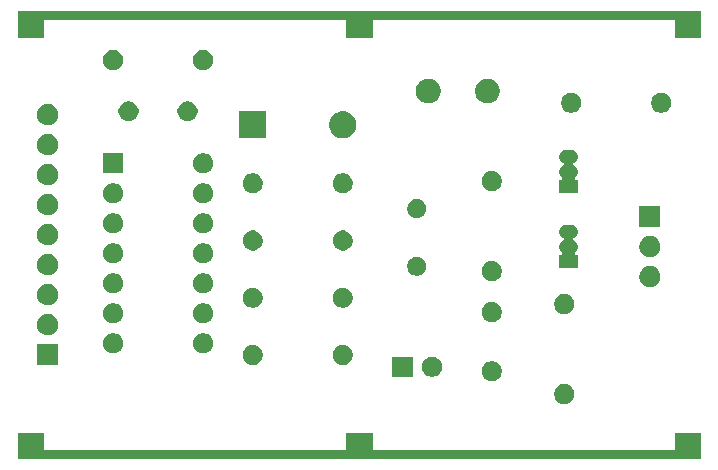
<source format=gbr>
G04 #@! TF.GenerationSoftware,KiCad,Pcbnew,(5.1.6)-1*
G04 #@! TF.CreationDate,2020-08-07T18:30:50-03:00*
G04 #@! TF.ProjectId,av-mc1000,61762d6d-6331-4303-9030-2e6b69636164,rev?*
G04 #@! TF.SameCoordinates,Original*
G04 #@! TF.FileFunction,Soldermask,Top*
G04 #@! TF.FilePolarity,Negative*
%FSLAX46Y46*%
G04 Gerber Fmt 4.6, Leading zero omitted, Abs format (unit mm)*
G04 Created by KiCad (PCBNEW (5.1.6)-1) date 2020-08-07 18:30:50*
%MOMM*%
%LPD*%
G01*
G04 APERTURE LIST*
%ADD10C,0.100000*%
G04 APERTURE END LIST*
D10*
G36*
X146608800Y-126822200D02*
G01*
X88798400Y-126822200D01*
X88798400Y-126161800D01*
X146608800Y-126161800D01*
X146608800Y-126822200D01*
G37*
X146608800Y-126822200D02*
X88798400Y-126822200D01*
X88798400Y-126161800D01*
X146608800Y-126161800D01*
X146608800Y-126822200D01*
G36*
X146608800Y-89636600D02*
G01*
X88798400Y-89636600D01*
X88798400Y-88976200D01*
X146608800Y-88976200D01*
X146608800Y-89636600D01*
G37*
X146608800Y-89636600D02*
X88798400Y-89636600D01*
X88798400Y-88976200D01*
X146608800Y-88976200D01*
X146608800Y-89636600D01*
G36*
X146608800Y-126822200D02*
G01*
X144475200Y-126822200D01*
X144475200Y-124663200D01*
X146608800Y-124663200D01*
X146608800Y-126822200D01*
G37*
X146608800Y-126822200D02*
X144475200Y-126822200D01*
X144475200Y-124663200D01*
X146608800Y-124663200D01*
X146608800Y-126822200D01*
G36*
X90932000Y-126822200D02*
G01*
X88798400Y-126822200D01*
X88798400Y-124663200D01*
X90932000Y-124663200D01*
X90932000Y-126822200D01*
G37*
X90932000Y-126822200D02*
X88798400Y-126822200D01*
X88798400Y-124663200D01*
X90932000Y-124663200D01*
X90932000Y-126822200D01*
G36*
X118770400Y-126822200D02*
G01*
X116636800Y-126822200D01*
X116636800Y-124663200D01*
X118770400Y-124663200D01*
X118770400Y-126822200D01*
G37*
X118770400Y-126822200D02*
X116636800Y-126822200D01*
X116636800Y-124663200D01*
X118770400Y-124663200D01*
X118770400Y-126822200D01*
G36*
X90932000Y-91135200D02*
G01*
X88798400Y-91135200D01*
X88798400Y-88976200D01*
X90932000Y-88976200D01*
X90932000Y-91135200D01*
G37*
X90932000Y-91135200D02*
X88798400Y-91135200D01*
X88798400Y-88976200D01*
X90932000Y-88976200D01*
X90932000Y-91135200D01*
G36*
X118770400Y-91135200D02*
G01*
X116636800Y-91135200D01*
X116636800Y-88976200D01*
X118770400Y-88976200D01*
X118770400Y-91135200D01*
G37*
X118770400Y-91135200D02*
X116636800Y-91135200D01*
X116636800Y-88976200D01*
X118770400Y-88976200D01*
X118770400Y-91135200D01*
G36*
X146608800Y-91135200D02*
G01*
X144475200Y-91135200D01*
X144475200Y-88976200D01*
X146608800Y-88976200D01*
X146608800Y-91135200D01*
G37*
X146608800Y-91135200D02*
X144475200Y-91135200D01*
X144475200Y-88976200D01*
X146608800Y-88976200D01*
X146608800Y-91135200D01*
G36*
X135321228Y-120568703D02*
G01*
X135476100Y-120632853D01*
X135615481Y-120725985D01*
X135734015Y-120844519D01*
X135827147Y-120983900D01*
X135891297Y-121138772D01*
X135924000Y-121303184D01*
X135924000Y-121470816D01*
X135891297Y-121635228D01*
X135827147Y-121790100D01*
X135734015Y-121929481D01*
X135615481Y-122048015D01*
X135476100Y-122141147D01*
X135321228Y-122205297D01*
X135156816Y-122238000D01*
X134989184Y-122238000D01*
X134824772Y-122205297D01*
X134669900Y-122141147D01*
X134530519Y-122048015D01*
X134411985Y-121929481D01*
X134318853Y-121790100D01*
X134254703Y-121635228D01*
X134222000Y-121470816D01*
X134222000Y-121303184D01*
X134254703Y-121138772D01*
X134318853Y-120983900D01*
X134411985Y-120844519D01*
X134530519Y-120725985D01*
X134669900Y-120632853D01*
X134824772Y-120568703D01*
X134989184Y-120536000D01*
X135156816Y-120536000D01*
X135321228Y-120568703D01*
G37*
G36*
X129178228Y-118637703D02*
G01*
X129333100Y-118701853D01*
X129472481Y-118794985D01*
X129591015Y-118913519D01*
X129684147Y-119052900D01*
X129748297Y-119207772D01*
X129781000Y-119372184D01*
X129781000Y-119539816D01*
X129748297Y-119704228D01*
X129684147Y-119859100D01*
X129591015Y-119998481D01*
X129472481Y-120117015D01*
X129333100Y-120210147D01*
X129178228Y-120274297D01*
X129013816Y-120307000D01*
X128846184Y-120307000D01*
X128681772Y-120274297D01*
X128526900Y-120210147D01*
X128387519Y-120117015D01*
X128268985Y-119998481D01*
X128175853Y-119859100D01*
X128111703Y-119704228D01*
X128079000Y-119539816D01*
X128079000Y-119372184D01*
X128111703Y-119207772D01*
X128175853Y-119052900D01*
X128268985Y-118913519D01*
X128387519Y-118794985D01*
X128526900Y-118701853D01*
X128681772Y-118637703D01*
X128846184Y-118605000D01*
X129013816Y-118605000D01*
X129178228Y-118637703D01*
G37*
G36*
X124123228Y-118256703D02*
G01*
X124278100Y-118320853D01*
X124417481Y-118413985D01*
X124536015Y-118532519D01*
X124629147Y-118671900D01*
X124693297Y-118826772D01*
X124726000Y-118991184D01*
X124726000Y-119158816D01*
X124693297Y-119323228D01*
X124629147Y-119478100D01*
X124536015Y-119617481D01*
X124417481Y-119736015D01*
X124278100Y-119829147D01*
X124123228Y-119893297D01*
X123958816Y-119926000D01*
X123791184Y-119926000D01*
X123626772Y-119893297D01*
X123471900Y-119829147D01*
X123332519Y-119736015D01*
X123213985Y-119617481D01*
X123120853Y-119478100D01*
X123056703Y-119323228D01*
X123024000Y-119158816D01*
X123024000Y-118991184D01*
X123056703Y-118826772D01*
X123120853Y-118671900D01*
X123213985Y-118532519D01*
X123332519Y-118413985D01*
X123471900Y-118320853D01*
X123626772Y-118256703D01*
X123791184Y-118224000D01*
X123958816Y-118224000D01*
X124123228Y-118256703D01*
G37*
G36*
X122226000Y-119926000D02*
G01*
X120524000Y-119926000D01*
X120524000Y-118224000D01*
X122226000Y-118224000D01*
X122226000Y-119926000D01*
G37*
G36*
X92239400Y-118950000D02*
G01*
X90437400Y-118950000D01*
X90437400Y-117148000D01*
X92239400Y-117148000D01*
X92239400Y-118950000D01*
G37*
G36*
X116555228Y-117266703D02*
G01*
X116710100Y-117330853D01*
X116849481Y-117423985D01*
X116968015Y-117542519D01*
X117061147Y-117681900D01*
X117125297Y-117836772D01*
X117158000Y-118001184D01*
X117158000Y-118168816D01*
X117125297Y-118333228D01*
X117061147Y-118488100D01*
X116968015Y-118627481D01*
X116849481Y-118746015D01*
X116710100Y-118839147D01*
X116555228Y-118903297D01*
X116390816Y-118936000D01*
X116223184Y-118936000D01*
X116058772Y-118903297D01*
X115903900Y-118839147D01*
X115764519Y-118746015D01*
X115645985Y-118627481D01*
X115552853Y-118488100D01*
X115488703Y-118333228D01*
X115456000Y-118168816D01*
X115456000Y-118001184D01*
X115488703Y-117836772D01*
X115552853Y-117681900D01*
X115645985Y-117542519D01*
X115764519Y-117423985D01*
X115903900Y-117330853D01*
X116058772Y-117266703D01*
X116223184Y-117234000D01*
X116390816Y-117234000D01*
X116555228Y-117266703D01*
G37*
G36*
X108935228Y-117266703D02*
G01*
X109090100Y-117330853D01*
X109229481Y-117423985D01*
X109348015Y-117542519D01*
X109441147Y-117681900D01*
X109505297Y-117836772D01*
X109538000Y-118001184D01*
X109538000Y-118168816D01*
X109505297Y-118333228D01*
X109441147Y-118488100D01*
X109348015Y-118627481D01*
X109229481Y-118746015D01*
X109090100Y-118839147D01*
X108935228Y-118903297D01*
X108770816Y-118936000D01*
X108603184Y-118936000D01*
X108438772Y-118903297D01*
X108283900Y-118839147D01*
X108144519Y-118746015D01*
X108025985Y-118627481D01*
X107932853Y-118488100D01*
X107868703Y-118333228D01*
X107836000Y-118168816D01*
X107836000Y-118001184D01*
X107868703Y-117836772D01*
X107932853Y-117681900D01*
X108025985Y-117542519D01*
X108144519Y-117423985D01*
X108283900Y-117330853D01*
X108438772Y-117266703D01*
X108603184Y-117234000D01*
X108770816Y-117234000D01*
X108935228Y-117266703D01*
G37*
G36*
X97123828Y-116275703D02*
G01*
X97278700Y-116339853D01*
X97418081Y-116432985D01*
X97536615Y-116551519D01*
X97629747Y-116690900D01*
X97693897Y-116845772D01*
X97726600Y-117010184D01*
X97726600Y-117177816D01*
X97693897Y-117342228D01*
X97629747Y-117497100D01*
X97536615Y-117636481D01*
X97418081Y-117755015D01*
X97278700Y-117848147D01*
X97123828Y-117912297D01*
X96959416Y-117945000D01*
X96791784Y-117945000D01*
X96627372Y-117912297D01*
X96472500Y-117848147D01*
X96333119Y-117755015D01*
X96214585Y-117636481D01*
X96121453Y-117497100D01*
X96057303Y-117342228D01*
X96024600Y-117177816D01*
X96024600Y-117010184D01*
X96057303Y-116845772D01*
X96121453Y-116690900D01*
X96214585Y-116551519D01*
X96333119Y-116432985D01*
X96472500Y-116339853D01*
X96627372Y-116275703D01*
X96791784Y-116243000D01*
X96959416Y-116243000D01*
X97123828Y-116275703D01*
G37*
G36*
X104743828Y-116275703D02*
G01*
X104898700Y-116339853D01*
X105038081Y-116432985D01*
X105156615Y-116551519D01*
X105249747Y-116690900D01*
X105313897Y-116845772D01*
X105346600Y-117010184D01*
X105346600Y-117177816D01*
X105313897Y-117342228D01*
X105249747Y-117497100D01*
X105156615Y-117636481D01*
X105038081Y-117755015D01*
X104898700Y-117848147D01*
X104743828Y-117912297D01*
X104579416Y-117945000D01*
X104411784Y-117945000D01*
X104247372Y-117912297D01*
X104092500Y-117848147D01*
X103953119Y-117755015D01*
X103834585Y-117636481D01*
X103741453Y-117497100D01*
X103677303Y-117342228D01*
X103644600Y-117177816D01*
X103644600Y-117010184D01*
X103677303Y-116845772D01*
X103741453Y-116690900D01*
X103834585Y-116551519D01*
X103953119Y-116432985D01*
X104092500Y-116339853D01*
X104247372Y-116275703D01*
X104411784Y-116243000D01*
X104579416Y-116243000D01*
X104743828Y-116275703D01*
G37*
G36*
X91451912Y-114612927D02*
G01*
X91601212Y-114642624D01*
X91765184Y-114710544D01*
X91912754Y-114809147D01*
X92038253Y-114934646D01*
X92136856Y-115082216D01*
X92204776Y-115246188D01*
X92239400Y-115420259D01*
X92239400Y-115597741D01*
X92204776Y-115771812D01*
X92136856Y-115935784D01*
X92038253Y-116083354D01*
X91912754Y-116208853D01*
X91765184Y-116307456D01*
X91601212Y-116375376D01*
X91451912Y-116405073D01*
X91427142Y-116410000D01*
X91249658Y-116410000D01*
X91224888Y-116405073D01*
X91075588Y-116375376D01*
X90911616Y-116307456D01*
X90764046Y-116208853D01*
X90638547Y-116083354D01*
X90539944Y-115935784D01*
X90472024Y-115771812D01*
X90437400Y-115597741D01*
X90437400Y-115420259D01*
X90472024Y-115246188D01*
X90539944Y-115082216D01*
X90638547Y-114934646D01*
X90764046Y-114809147D01*
X90911616Y-114710544D01*
X91075588Y-114642624D01*
X91224888Y-114612927D01*
X91249658Y-114608000D01*
X91427142Y-114608000D01*
X91451912Y-114612927D01*
G37*
G36*
X104743828Y-113735703D02*
G01*
X104898700Y-113799853D01*
X105038081Y-113892985D01*
X105156615Y-114011519D01*
X105249747Y-114150900D01*
X105313897Y-114305772D01*
X105346600Y-114470184D01*
X105346600Y-114637816D01*
X105313897Y-114802228D01*
X105249747Y-114957100D01*
X105156615Y-115096481D01*
X105038081Y-115215015D01*
X104898700Y-115308147D01*
X104743828Y-115372297D01*
X104579416Y-115405000D01*
X104411784Y-115405000D01*
X104247372Y-115372297D01*
X104092500Y-115308147D01*
X103953119Y-115215015D01*
X103834585Y-115096481D01*
X103741453Y-114957100D01*
X103677303Y-114802228D01*
X103644600Y-114637816D01*
X103644600Y-114470184D01*
X103677303Y-114305772D01*
X103741453Y-114150900D01*
X103834585Y-114011519D01*
X103953119Y-113892985D01*
X104092500Y-113799853D01*
X104247372Y-113735703D01*
X104411784Y-113703000D01*
X104579416Y-113703000D01*
X104743828Y-113735703D01*
G37*
G36*
X97123828Y-113735703D02*
G01*
X97278700Y-113799853D01*
X97418081Y-113892985D01*
X97536615Y-114011519D01*
X97629747Y-114150900D01*
X97693897Y-114305772D01*
X97726600Y-114470184D01*
X97726600Y-114637816D01*
X97693897Y-114802228D01*
X97629747Y-114957100D01*
X97536615Y-115096481D01*
X97418081Y-115215015D01*
X97278700Y-115308147D01*
X97123828Y-115372297D01*
X96959416Y-115405000D01*
X96791784Y-115405000D01*
X96627372Y-115372297D01*
X96472500Y-115308147D01*
X96333119Y-115215015D01*
X96214585Y-115096481D01*
X96121453Y-114957100D01*
X96057303Y-114802228D01*
X96024600Y-114637816D01*
X96024600Y-114470184D01*
X96057303Y-114305772D01*
X96121453Y-114150900D01*
X96214585Y-114011519D01*
X96333119Y-113892985D01*
X96472500Y-113799853D01*
X96627372Y-113735703D01*
X96791784Y-113703000D01*
X96959416Y-113703000D01*
X97123828Y-113735703D01*
G37*
G36*
X129178228Y-113637703D02*
G01*
X129333100Y-113701853D01*
X129472481Y-113794985D01*
X129591015Y-113913519D01*
X129684147Y-114052900D01*
X129748297Y-114207772D01*
X129781000Y-114372184D01*
X129781000Y-114539816D01*
X129748297Y-114704228D01*
X129684147Y-114859100D01*
X129591015Y-114998481D01*
X129472481Y-115117015D01*
X129333100Y-115210147D01*
X129178228Y-115274297D01*
X129013816Y-115307000D01*
X128846184Y-115307000D01*
X128681772Y-115274297D01*
X128526900Y-115210147D01*
X128387519Y-115117015D01*
X128268985Y-114998481D01*
X128175853Y-114859100D01*
X128111703Y-114704228D01*
X128079000Y-114539816D01*
X128079000Y-114372184D01*
X128111703Y-114207772D01*
X128175853Y-114052900D01*
X128268985Y-113913519D01*
X128387519Y-113794985D01*
X128526900Y-113701853D01*
X128681772Y-113637703D01*
X128846184Y-113605000D01*
X129013816Y-113605000D01*
X129178228Y-113637703D01*
G37*
G36*
X135321228Y-112948703D02*
G01*
X135476100Y-113012853D01*
X135615481Y-113105985D01*
X135734015Y-113224519D01*
X135827147Y-113363900D01*
X135891297Y-113518772D01*
X135924000Y-113683184D01*
X135924000Y-113850816D01*
X135891297Y-114015228D01*
X135827147Y-114170100D01*
X135734015Y-114309481D01*
X135615481Y-114428015D01*
X135476100Y-114521147D01*
X135321228Y-114585297D01*
X135156816Y-114618000D01*
X134989184Y-114618000D01*
X134824772Y-114585297D01*
X134669900Y-114521147D01*
X134530519Y-114428015D01*
X134411985Y-114309481D01*
X134318853Y-114170100D01*
X134254703Y-114015228D01*
X134222000Y-113850816D01*
X134222000Y-113683184D01*
X134254703Y-113518772D01*
X134318853Y-113363900D01*
X134411985Y-113224519D01*
X134530519Y-113105985D01*
X134669900Y-113012853D01*
X134824772Y-112948703D01*
X134989184Y-112916000D01*
X135156816Y-112916000D01*
X135321228Y-112948703D01*
G37*
G36*
X116555228Y-112420703D02*
G01*
X116710100Y-112484853D01*
X116849481Y-112577985D01*
X116968015Y-112696519D01*
X117061147Y-112835900D01*
X117125297Y-112990772D01*
X117158000Y-113155184D01*
X117158000Y-113322816D01*
X117125297Y-113487228D01*
X117061147Y-113642100D01*
X116968015Y-113781481D01*
X116849481Y-113900015D01*
X116710100Y-113993147D01*
X116555228Y-114057297D01*
X116390816Y-114090000D01*
X116223184Y-114090000D01*
X116058772Y-114057297D01*
X115903900Y-113993147D01*
X115764519Y-113900015D01*
X115645985Y-113781481D01*
X115552853Y-113642100D01*
X115488703Y-113487228D01*
X115456000Y-113322816D01*
X115456000Y-113155184D01*
X115488703Y-112990772D01*
X115552853Y-112835900D01*
X115645985Y-112696519D01*
X115764519Y-112577985D01*
X115903900Y-112484853D01*
X116058772Y-112420703D01*
X116223184Y-112388000D01*
X116390816Y-112388000D01*
X116555228Y-112420703D01*
G37*
G36*
X108935228Y-112420703D02*
G01*
X109090100Y-112484853D01*
X109229481Y-112577985D01*
X109348015Y-112696519D01*
X109441147Y-112835900D01*
X109505297Y-112990772D01*
X109538000Y-113155184D01*
X109538000Y-113322816D01*
X109505297Y-113487228D01*
X109441147Y-113642100D01*
X109348015Y-113781481D01*
X109229481Y-113900015D01*
X109090100Y-113993147D01*
X108935228Y-114057297D01*
X108770816Y-114090000D01*
X108603184Y-114090000D01*
X108438772Y-114057297D01*
X108283900Y-113993147D01*
X108144519Y-113900015D01*
X108025985Y-113781481D01*
X107932853Y-113642100D01*
X107868703Y-113487228D01*
X107836000Y-113322816D01*
X107836000Y-113155184D01*
X107868703Y-112990772D01*
X107932853Y-112835900D01*
X108025985Y-112696519D01*
X108144519Y-112577985D01*
X108283900Y-112484853D01*
X108438772Y-112420703D01*
X108603184Y-112388000D01*
X108770816Y-112388000D01*
X108935228Y-112420703D01*
G37*
G36*
X91451912Y-112072927D02*
G01*
X91601212Y-112102624D01*
X91765184Y-112170544D01*
X91912754Y-112269147D01*
X92038253Y-112394646D01*
X92136856Y-112542216D01*
X92204776Y-112706188D01*
X92239400Y-112880259D01*
X92239400Y-113057741D01*
X92204776Y-113231812D01*
X92136856Y-113395784D01*
X92038253Y-113543354D01*
X91912754Y-113668853D01*
X91765184Y-113767456D01*
X91601212Y-113835376D01*
X91451912Y-113865073D01*
X91427142Y-113870000D01*
X91249658Y-113870000D01*
X91224888Y-113865073D01*
X91075588Y-113835376D01*
X90911616Y-113767456D01*
X90764046Y-113668853D01*
X90638547Y-113543354D01*
X90539944Y-113395784D01*
X90472024Y-113231812D01*
X90437400Y-113057741D01*
X90437400Y-112880259D01*
X90472024Y-112706188D01*
X90539944Y-112542216D01*
X90638547Y-112394646D01*
X90764046Y-112269147D01*
X90911616Y-112170544D01*
X91075588Y-112102624D01*
X91224888Y-112072927D01*
X91249658Y-112068000D01*
X91427142Y-112068000D01*
X91451912Y-112072927D01*
G37*
G36*
X97123828Y-111195703D02*
G01*
X97278700Y-111259853D01*
X97418081Y-111352985D01*
X97536615Y-111471519D01*
X97629747Y-111610900D01*
X97693897Y-111765772D01*
X97726600Y-111930184D01*
X97726600Y-112097816D01*
X97693897Y-112262228D01*
X97629747Y-112417100D01*
X97536615Y-112556481D01*
X97418081Y-112675015D01*
X97278700Y-112768147D01*
X97123828Y-112832297D01*
X96959416Y-112865000D01*
X96791784Y-112865000D01*
X96627372Y-112832297D01*
X96472500Y-112768147D01*
X96333119Y-112675015D01*
X96214585Y-112556481D01*
X96121453Y-112417100D01*
X96057303Y-112262228D01*
X96024600Y-112097816D01*
X96024600Y-111930184D01*
X96057303Y-111765772D01*
X96121453Y-111610900D01*
X96214585Y-111471519D01*
X96333119Y-111352985D01*
X96472500Y-111259853D01*
X96627372Y-111195703D01*
X96791784Y-111163000D01*
X96959416Y-111163000D01*
X97123828Y-111195703D01*
G37*
G36*
X104743828Y-111195703D02*
G01*
X104898700Y-111259853D01*
X105038081Y-111352985D01*
X105156615Y-111471519D01*
X105249747Y-111610900D01*
X105313897Y-111765772D01*
X105346600Y-111930184D01*
X105346600Y-112097816D01*
X105313897Y-112262228D01*
X105249747Y-112417100D01*
X105156615Y-112556481D01*
X105038081Y-112675015D01*
X104898700Y-112768147D01*
X104743828Y-112832297D01*
X104579416Y-112865000D01*
X104411784Y-112865000D01*
X104247372Y-112832297D01*
X104092500Y-112768147D01*
X103953119Y-112675015D01*
X103834585Y-112556481D01*
X103741453Y-112417100D01*
X103677303Y-112262228D01*
X103644600Y-112097816D01*
X103644600Y-111930184D01*
X103677303Y-111765772D01*
X103741453Y-111610900D01*
X103834585Y-111471519D01*
X103953119Y-111352985D01*
X104092500Y-111259853D01*
X104247372Y-111195703D01*
X104411784Y-111163000D01*
X104579416Y-111163000D01*
X104743828Y-111195703D01*
G37*
G36*
X142429512Y-110558927D02*
G01*
X142578812Y-110588624D01*
X142742784Y-110656544D01*
X142890354Y-110755147D01*
X143015853Y-110880646D01*
X143114456Y-111028216D01*
X143182376Y-111192188D01*
X143217000Y-111366259D01*
X143217000Y-111543741D01*
X143182376Y-111717812D01*
X143114456Y-111881784D01*
X143015853Y-112029354D01*
X142890354Y-112154853D01*
X142742784Y-112253456D01*
X142578812Y-112321376D01*
X142429512Y-112351073D01*
X142404742Y-112356000D01*
X142227258Y-112356000D01*
X142202488Y-112351073D01*
X142053188Y-112321376D01*
X141889216Y-112253456D01*
X141741646Y-112154853D01*
X141616147Y-112029354D01*
X141517544Y-111881784D01*
X141449624Y-111717812D01*
X141415000Y-111543741D01*
X141415000Y-111366259D01*
X141449624Y-111192188D01*
X141517544Y-111028216D01*
X141616147Y-110880646D01*
X141741646Y-110755147D01*
X141889216Y-110656544D01*
X142053188Y-110588624D01*
X142202488Y-110558927D01*
X142227258Y-110554000D01*
X142404742Y-110554000D01*
X142429512Y-110558927D01*
G37*
G36*
X129178228Y-110154703D02*
G01*
X129333100Y-110218853D01*
X129472481Y-110311985D01*
X129591015Y-110430519D01*
X129684147Y-110569900D01*
X129748297Y-110724772D01*
X129781000Y-110889184D01*
X129781000Y-111056816D01*
X129748297Y-111221228D01*
X129684147Y-111376100D01*
X129591015Y-111515481D01*
X129472481Y-111634015D01*
X129333100Y-111727147D01*
X129178228Y-111791297D01*
X129013816Y-111824000D01*
X128846184Y-111824000D01*
X128681772Y-111791297D01*
X128526900Y-111727147D01*
X128387519Y-111634015D01*
X128268985Y-111515481D01*
X128175853Y-111376100D01*
X128111703Y-111221228D01*
X128079000Y-111056816D01*
X128079000Y-110889184D01*
X128111703Y-110724772D01*
X128175853Y-110569900D01*
X128268985Y-110430519D01*
X128387519Y-110311985D01*
X128526900Y-110218853D01*
X128681772Y-110154703D01*
X128846184Y-110122000D01*
X129013816Y-110122000D01*
X129178228Y-110154703D01*
G37*
G36*
X122813642Y-109798781D02*
G01*
X122959414Y-109859162D01*
X122959416Y-109859163D01*
X123090608Y-109946822D01*
X123202178Y-110058392D01*
X123274204Y-110166188D01*
X123289838Y-110189586D01*
X123350219Y-110335358D01*
X123381000Y-110490107D01*
X123381000Y-110647893D01*
X123350219Y-110802642D01*
X123289838Y-110948414D01*
X123289837Y-110948416D01*
X123202178Y-111079608D01*
X123090608Y-111191178D01*
X122959416Y-111278837D01*
X122959415Y-111278838D01*
X122959414Y-111278838D01*
X122813642Y-111339219D01*
X122658893Y-111370000D01*
X122501107Y-111370000D01*
X122346358Y-111339219D01*
X122200586Y-111278838D01*
X122200585Y-111278838D01*
X122200584Y-111278837D01*
X122069392Y-111191178D01*
X121957822Y-111079608D01*
X121870163Y-110948416D01*
X121870162Y-110948414D01*
X121809781Y-110802642D01*
X121779000Y-110647893D01*
X121779000Y-110490107D01*
X121809781Y-110335358D01*
X121870162Y-110189586D01*
X121885796Y-110166188D01*
X121957822Y-110058392D01*
X122069392Y-109946822D01*
X122200584Y-109859163D01*
X122200586Y-109859162D01*
X122346358Y-109798781D01*
X122501107Y-109768000D01*
X122658893Y-109768000D01*
X122813642Y-109798781D01*
G37*
G36*
X91451912Y-109532927D02*
G01*
X91601212Y-109562624D01*
X91765184Y-109630544D01*
X91912754Y-109729147D01*
X92038253Y-109854646D01*
X92136856Y-110002216D01*
X92204776Y-110166188D01*
X92239400Y-110340259D01*
X92239400Y-110517741D01*
X92204776Y-110691812D01*
X92136856Y-110855784D01*
X92038253Y-111003354D01*
X91912754Y-111128853D01*
X91765184Y-111227456D01*
X91601212Y-111295376D01*
X91451912Y-111325073D01*
X91427142Y-111330000D01*
X91249658Y-111330000D01*
X91224888Y-111325073D01*
X91075588Y-111295376D01*
X90911616Y-111227456D01*
X90764046Y-111128853D01*
X90638547Y-111003354D01*
X90539944Y-110855784D01*
X90472024Y-110691812D01*
X90437400Y-110517741D01*
X90437400Y-110340259D01*
X90472024Y-110166188D01*
X90539944Y-110002216D01*
X90638547Y-109854646D01*
X90764046Y-109729147D01*
X90911616Y-109630544D01*
X91075588Y-109562624D01*
X91224888Y-109532927D01*
X91249658Y-109528000D01*
X91427142Y-109528000D01*
X91451912Y-109532927D01*
G37*
G36*
X135770916Y-107077334D02*
G01*
X135879492Y-107110271D01*
X135879495Y-107110272D01*
X135915601Y-107129571D01*
X135979557Y-107163756D01*
X136067264Y-107235736D01*
X136139244Y-107323443D01*
X136173429Y-107387399D01*
X136192728Y-107423505D01*
X136192729Y-107423508D01*
X136225666Y-107532084D01*
X136236787Y-107645000D01*
X136225666Y-107757916D01*
X136197271Y-107851519D01*
X136192728Y-107866495D01*
X136173429Y-107902601D01*
X136139244Y-107966557D01*
X136067264Y-108054264D01*
X135979557Y-108126244D01*
X135898141Y-108169761D01*
X135877766Y-108183375D01*
X135860439Y-108200702D01*
X135846826Y-108221076D01*
X135837448Y-108243715D01*
X135832668Y-108267748D01*
X135832668Y-108292252D01*
X135837448Y-108316285D01*
X135846826Y-108338924D01*
X135860440Y-108359299D01*
X135877767Y-108376626D01*
X135898141Y-108390239D01*
X135979557Y-108433756D01*
X136067264Y-108505736D01*
X136139244Y-108593443D01*
X136165320Y-108642229D01*
X136192728Y-108693505D01*
X136192729Y-108693508D01*
X136225666Y-108802084D01*
X136236787Y-108915000D01*
X136225666Y-109027916D01*
X136192729Y-109136492D01*
X136192728Y-109136495D01*
X136186499Y-109148148D01*
X136139244Y-109236557D01*
X136067264Y-109324264D01*
X135990354Y-109387383D01*
X135973035Y-109404702D01*
X135959421Y-109425077D01*
X135950043Y-109447716D01*
X135945263Y-109471749D01*
X135945263Y-109496253D01*
X135950043Y-109520286D01*
X135959421Y-109542925D01*
X135973034Y-109563299D01*
X135990361Y-109580626D01*
X136010736Y-109594240D01*
X136033375Y-109603618D01*
X136057408Y-109608398D01*
X136069660Y-109609000D01*
X136234000Y-109609000D01*
X136234000Y-110761000D01*
X134632000Y-110761000D01*
X134632000Y-109609000D01*
X134796340Y-109609000D01*
X134820726Y-109606598D01*
X134844175Y-109599485D01*
X134865786Y-109587934D01*
X134884728Y-109572389D01*
X134900273Y-109553447D01*
X134911824Y-109531836D01*
X134918937Y-109508387D01*
X134921339Y-109484001D01*
X134918937Y-109459615D01*
X134911824Y-109436166D01*
X134900273Y-109414555D01*
X134884728Y-109395613D01*
X134875655Y-109387391D01*
X134798736Y-109324264D01*
X134726756Y-109236557D01*
X134679501Y-109148148D01*
X134673272Y-109136495D01*
X134673271Y-109136492D01*
X134640334Y-109027916D01*
X134629213Y-108915000D01*
X134640334Y-108802084D01*
X134673271Y-108693508D01*
X134673272Y-108693505D01*
X134700680Y-108642229D01*
X134726756Y-108593443D01*
X134798736Y-108505736D01*
X134886443Y-108433756D01*
X134967859Y-108390239D01*
X134988234Y-108376625D01*
X135005561Y-108359298D01*
X135019174Y-108338924D01*
X135028552Y-108316285D01*
X135033332Y-108292252D01*
X135033332Y-108267748D01*
X135028552Y-108243715D01*
X135019174Y-108221076D01*
X135005560Y-108200701D01*
X134988233Y-108183374D01*
X134967859Y-108169761D01*
X134886443Y-108126244D01*
X134798736Y-108054264D01*
X134726756Y-107966557D01*
X134692571Y-107902601D01*
X134673272Y-107866495D01*
X134668729Y-107851519D01*
X134640334Y-107757916D01*
X134629213Y-107645000D01*
X134640334Y-107532084D01*
X134673271Y-107423508D01*
X134673272Y-107423505D01*
X134692571Y-107387399D01*
X134726756Y-107323443D01*
X134798736Y-107235736D01*
X134886443Y-107163756D01*
X134950399Y-107129571D01*
X134986505Y-107110272D01*
X134986508Y-107110271D01*
X135095084Y-107077334D01*
X135179702Y-107069000D01*
X135686298Y-107069000D01*
X135770916Y-107077334D01*
G37*
G36*
X104743828Y-108655703D02*
G01*
X104898700Y-108719853D01*
X105038081Y-108812985D01*
X105156615Y-108931519D01*
X105249747Y-109070900D01*
X105313897Y-109225772D01*
X105346600Y-109390184D01*
X105346600Y-109557816D01*
X105313897Y-109722228D01*
X105249747Y-109877100D01*
X105156615Y-110016481D01*
X105038081Y-110135015D01*
X104898700Y-110228147D01*
X104743828Y-110292297D01*
X104579416Y-110325000D01*
X104411784Y-110325000D01*
X104247372Y-110292297D01*
X104092500Y-110228147D01*
X103953119Y-110135015D01*
X103834585Y-110016481D01*
X103741453Y-109877100D01*
X103677303Y-109722228D01*
X103644600Y-109557816D01*
X103644600Y-109390184D01*
X103677303Y-109225772D01*
X103741453Y-109070900D01*
X103834585Y-108931519D01*
X103953119Y-108812985D01*
X104092500Y-108719853D01*
X104247372Y-108655703D01*
X104411784Y-108623000D01*
X104579416Y-108623000D01*
X104743828Y-108655703D01*
G37*
G36*
X97123828Y-108655703D02*
G01*
X97278700Y-108719853D01*
X97418081Y-108812985D01*
X97536615Y-108931519D01*
X97629747Y-109070900D01*
X97693897Y-109225772D01*
X97726600Y-109390184D01*
X97726600Y-109557816D01*
X97693897Y-109722228D01*
X97629747Y-109877100D01*
X97536615Y-110016481D01*
X97418081Y-110135015D01*
X97278700Y-110228147D01*
X97123828Y-110292297D01*
X96959416Y-110325000D01*
X96791784Y-110325000D01*
X96627372Y-110292297D01*
X96472500Y-110228147D01*
X96333119Y-110135015D01*
X96214585Y-110016481D01*
X96121453Y-109877100D01*
X96057303Y-109722228D01*
X96024600Y-109557816D01*
X96024600Y-109390184D01*
X96057303Y-109225772D01*
X96121453Y-109070900D01*
X96214585Y-108931519D01*
X96333119Y-108812985D01*
X96472500Y-108719853D01*
X96627372Y-108655703D01*
X96791784Y-108623000D01*
X96959416Y-108623000D01*
X97123828Y-108655703D01*
G37*
G36*
X142429512Y-108018927D02*
G01*
X142578812Y-108048624D01*
X142742784Y-108116544D01*
X142890354Y-108215147D01*
X143015853Y-108340646D01*
X143114456Y-108488216D01*
X143182376Y-108652188D01*
X143217000Y-108826259D01*
X143217000Y-109003741D01*
X143182376Y-109177812D01*
X143114456Y-109341784D01*
X143015853Y-109489354D01*
X142890354Y-109614853D01*
X142742784Y-109713456D01*
X142578812Y-109781376D01*
X142429512Y-109811073D01*
X142404742Y-109816000D01*
X142227258Y-109816000D01*
X142202488Y-109811073D01*
X142053188Y-109781376D01*
X141889216Y-109713456D01*
X141741646Y-109614853D01*
X141616147Y-109489354D01*
X141517544Y-109341784D01*
X141449624Y-109177812D01*
X141415000Y-109003741D01*
X141415000Y-108826259D01*
X141449624Y-108652188D01*
X141517544Y-108488216D01*
X141616147Y-108340646D01*
X141741646Y-108215147D01*
X141889216Y-108116544D01*
X142053188Y-108048624D01*
X142202488Y-108018927D01*
X142227258Y-108014000D01*
X142404742Y-108014000D01*
X142429512Y-108018927D01*
G37*
G36*
X116555228Y-107575703D02*
G01*
X116710100Y-107639853D01*
X116849481Y-107732985D01*
X116968015Y-107851519D01*
X117061147Y-107990900D01*
X117125297Y-108145772D01*
X117158000Y-108310184D01*
X117158000Y-108477816D01*
X117125297Y-108642228D01*
X117061147Y-108797100D01*
X116968015Y-108936481D01*
X116849481Y-109055015D01*
X116710100Y-109148147D01*
X116555228Y-109212297D01*
X116390816Y-109245000D01*
X116223184Y-109245000D01*
X116058772Y-109212297D01*
X115903900Y-109148147D01*
X115764519Y-109055015D01*
X115645985Y-108936481D01*
X115552853Y-108797100D01*
X115488703Y-108642228D01*
X115456000Y-108477816D01*
X115456000Y-108310184D01*
X115488703Y-108145772D01*
X115552853Y-107990900D01*
X115645985Y-107851519D01*
X115764519Y-107732985D01*
X115903900Y-107639853D01*
X116058772Y-107575703D01*
X116223184Y-107543000D01*
X116390816Y-107543000D01*
X116555228Y-107575703D01*
G37*
G36*
X108935228Y-107575703D02*
G01*
X109090100Y-107639853D01*
X109229481Y-107732985D01*
X109348015Y-107851519D01*
X109441147Y-107990900D01*
X109505297Y-108145772D01*
X109538000Y-108310184D01*
X109538000Y-108477816D01*
X109505297Y-108642228D01*
X109441147Y-108797100D01*
X109348015Y-108936481D01*
X109229481Y-109055015D01*
X109090100Y-109148147D01*
X108935228Y-109212297D01*
X108770816Y-109245000D01*
X108603184Y-109245000D01*
X108438772Y-109212297D01*
X108283900Y-109148147D01*
X108144519Y-109055015D01*
X108025985Y-108936481D01*
X107932853Y-108797100D01*
X107868703Y-108642228D01*
X107836000Y-108477816D01*
X107836000Y-108310184D01*
X107868703Y-108145772D01*
X107932853Y-107990900D01*
X108025985Y-107851519D01*
X108144519Y-107732985D01*
X108283900Y-107639853D01*
X108438772Y-107575703D01*
X108603184Y-107543000D01*
X108770816Y-107543000D01*
X108935228Y-107575703D01*
G37*
G36*
X91451912Y-106992927D02*
G01*
X91601212Y-107022624D01*
X91765184Y-107090544D01*
X91912754Y-107189147D01*
X92038253Y-107314646D01*
X92136856Y-107462216D01*
X92204776Y-107626188D01*
X92239400Y-107800259D01*
X92239400Y-107977741D01*
X92204776Y-108151812D01*
X92136856Y-108315784D01*
X92038253Y-108463354D01*
X91912754Y-108588853D01*
X91765184Y-108687456D01*
X91601212Y-108755376D01*
X91451912Y-108785073D01*
X91427142Y-108790000D01*
X91249658Y-108790000D01*
X91224888Y-108785073D01*
X91075588Y-108755376D01*
X90911616Y-108687456D01*
X90764046Y-108588853D01*
X90638547Y-108463354D01*
X90539944Y-108315784D01*
X90472024Y-108151812D01*
X90437400Y-107977741D01*
X90437400Y-107800259D01*
X90472024Y-107626188D01*
X90539944Y-107462216D01*
X90638547Y-107314646D01*
X90764046Y-107189147D01*
X90911616Y-107090544D01*
X91075588Y-107022624D01*
X91224888Y-106992927D01*
X91249658Y-106988000D01*
X91427142Y-106988000D01*
X91451912Y-106992927D01*
G37*
G36*
X104743828Y-106115703D02*
G01*
X104898700Y-106179853D01*
X105038081Y-106272985D01*
X105156615Y-106391519D01*
X105249747Y-106530900D01*
X105313897Y-106685772D01*
X105346600Y-106850184D01*
X105346600Y-107017816D01*
X105313897Y-107182228D01*
X105249747Y-107337100D01*
X105156615Y-107476481D01*
X105038081Y-107595015D01*
X104898700Y-107688147D01*
X104743828Y-107752297D01*
X104579416Y-107785000D01*
X104411784Y-107785000D01*
X104247372Y-107752297D01*
X104092500Y-107688147D01*
X103953119Y-107595015D01*
X103834585Y-107476481D01*
X103741453Y-107337100D01*
X103677303Y-107182228D01*
X103644600Y-107017816D01*
X103644600Y-106850184D01*
X103677303Y-106685772D01*
X103741453Y-106530900D01*
X103834585Y-106391519D01*
X103953119Y-106272985D01*
X104092500Y-106179853D01*
X104247372Y-106115703D01*
X104411784Y-106083000D01*
X104579416Y-106083000D01*
X104743828Y-106115703D01*
G37*
G36*
X97123828Y-106115703D02*
G01*
X97278700Y-106179853D01*
X97418081Y-106272985D01*
X97536615Y-106391519D01*
X97629747Y-106530900D01*
X97693897Y-106685772D01*
X97726600Y-106850184D01*
X97726600Y-107017816D01*
X97693897Y-107182228D01*
X97629747Y-107337100D01*
X97536615Y-107476481D01*
X97418081Y-107595015D01*
X97278700Y-107688147D01*
X97123828Y-107752297D01*
X96959416Y-107785000D01*
X96791784Y-107785000D01*
X96627372Y-107752297D01*
X96472500Y-107688147D01*
X96333119Y-107595015D01*
X96214585Y-107476481D01*
X96121453Y-107337100D01*
X96057303Y-107182228D01*
X96024600Y-107017816D01*
X96024600Y-106850184D01*
X96057303Y-106685772D01*
X96121453Y-106530900D01*
X96214585Y-106391519D01*
X96333119Y-106272985D01*
X96472500Y-106179853D01*
X96627372Y-106115703D01*
X96791784Y-106083000D01*
X96959416Y-106083000D01*
X97123828Y-106115703D01*
G37*
G36*
X143217000Y-107276000D02*
G01*
X141415000Y-107276000D01*
X141415000Y-105474000D01*
X143217000Y-105474000D01*
X143217000Y-107276000D01*
G37*
G36*
X122813642Y-104918781D02*
G01*
X122959414Y-104979162D01*
X122959416Y-104979163D01*
X123090608Y-105066822D01*
X123202178Y-105178392D01*
X123256879Y-105260259D01*
X123289838Y-105309586D01*
X123350219Y-105455358D01*
X123381000Y-105610107D01*
X123381000Y-105767893D01*
X123350219Y-105922642D01*
X123297941Y-106048852D01*
X123289837Y-106068416D01*
X123202178Y-106199608D01*
X123090608Y-106311178D01*
X122959416Y-106398837D01*
X122959415Y-106398838D01*
X122959414Y-106398838D01*
X122813642Y-106459219D01*
X122658893Y-106490000D01*
X122501107Y-106490000D01*
X122346358Y-106459219D01*
X122200586Y-106398838D01*
X122200585Y-106398838D01*
X122200584Y-106398837D01*
X122069392Y-106311178D01*
X121957822Y-106199608D01*
X121870163Y-106068416D01*
X121862059Y-106048852D01*
X121809781Y-105922642D01*
X121779000Y-105767893D01*
X121779000Y-105610107D01*
X121809781Y-105455358D01*
X121870162Y-105309586D01*
X121903121Y-105260259D01*
X121957822Y-105178392D01*
X122069392Y-105066822D01*
X122200584Y-104979163D01*
X122200586Y-104979162D01*
X122346358Y-104918781D01*
X122501107Y-104888000D01*
X122658893Y-104888000D01*
X122813642Y-104918781D01*
G37*
G36*
X91451912Y-104452927D02*
G01*
X91601212Y-104482624D01*
X91765184Y-104550544D01*
X91912754Y-104649147D01*
X92038253Y-104774646D01*
X92136856Y-104922216D01*
X92204776Y-105086188D01*
X92239400Y-105260259D01*
X92239400Y-105437741D01*
X92204776Y-105611812D01*
X92136856Y-105775784D01*
X92038253Y-105923354D01*
X91912754Y-106048853D01*
X91765184Y-106147456D01*
X91601212Y-106215376D01*
X91451912Y-106245073D01*
X91427142Y-106250000D01*
X91249658Y-106250000D01*
X91224888Y-106245073D01*
X91075588Y-106215376D01*
X90911616Y-106147456D01*
X90764046Y-106048853D01*
X90638547Y-105923354D01*
X90539944Y-105775784D01*
X90472024Y-105611812D01*
X90437400Y-105437741D01*
X90437400Y-105260259D01*
X90472024Y-105086188D01*
X90539944Y-104922216D01*
X90638547Y-104774646D01*
X90764046Y-104649147D01*
X90911616Y-104550544D01*
X91075588Y-104482624D01*
X91224888Y-104452927D01*
X91249658Y-104448000D01*
X91427142Y-104448000D01*
X91451912Y-104452927D01*
G37*
G36*
X97123828Y-103575703D02*
G01*
X97278700Y-103639853D01*
X97418081Y-103732985D01*
X97536615Y-103851519D01*
X97629747Y-103990900D01*
X97693897Y-104145772D01*
X97726600Y-104310184D01*
X97726600Y-104477816D01*
X97693897Y-104642228D01*
X97629747Y-104797100D01*
X97536615Y-104936481D01*
X97418081Y-105055015D01*
X97278700Y-105148147D01*
X97123828Y-105212297D01*
X96959416Y-105245000D01*
X96791784Y-105245000D01*
X96627372Y-105212297D01*
X96472500Y-105148147D01*
X96333119Y-105055015D01*
X96214585Y-104936481D01*
X96121453Y-104797100D01*
X96057303Y-104642228D01*
X96024600Y-104477816D01*
X96024600Y-104310184D01*
X96057303Y-104145772D01*
X96121453Y-103990900D01*
X96214585Y-103851519D01*
X96333119Y-103732985D01*
X96472500Y-103639853D01*
X96627372Y-103575703D01*
X96791784Y-103543000D01*
X96959416Y-103543000D01*
X97123828Y-103575703D01*
G37*
G36*
X104743828Y-103575703D02*
G01*
X104898700Y-103639853D01*
X105038081Y-103732985D01*
X105156615Y-103851519D01*
X105249747Y-103990900D01*
X105313897Y-104145772D01*
X105346600Y-104310184D01*
X105346600Y-104477816D01*
X105313897Y-104642228D01*
X105249747Y-104797100D01*
X105156615Y-104936481D01*
X105038081Y-105055015D01*
X104898700Y-105148147D01*
X104743828Y-105212297D01*
X104579416Y-105245000D01*
X104411784Y-105245000D01*
X104247372Y-105212297D01*
X104092500Y-105148147D01*
X103953119Y-105055015D01*
X103834585Y-104936481D01*
X103741453Y-104797100D01*
X103677303Y-104642228D01*
X103644600Y-104477816D01*
X103644600Y-104310184D01*
X103677303Y-104145772D01*
X103741453Y-103990900D01*
X103834585Y-103851519D01*
X103953119Y-103732985D01*
X104092500Y-103639853D01*
X104247372Y-103575703D01*
X104411784Y-103543000D01*
X104579416Y-103543000D01*
X104743828Y-103575703D01*
G37*
G36*
X135770916Y-100727334D02*
G01*
X135879492Y-100760271D01*
X135879495Y-100760272D01*
X135915601Y-100779571D01*
X135979557Y-100813756D01*
X136067264Y-100885736D01*
X136139244Y-100973443D01*
X136155042Y-101003000D01*
X136192728Y-101073505D01*
X136192729Y-101073508D01*
X136225666Y-101182084D01*
X136236787Y-101295000D01*
X136225666Y-101407916D01*
X136192729Y-101516492D01*
X136192728Y-101516495D01*
X136173429Y-101552601D01*
X136139244Y-101616557D01*
X136067264Y-101704264D01*
X135979557Y-101776244D01*
X135898141Y-101819761D01*
X135877766Y-101833375D01*
X135860439Y-101850702D01*
X135846826Y-101871076D01*
X135837448Y-101893715D01*
X135832668Y-101917748D01*
X135832668Y-101942252D01*
X135837448Y-101966285D01*
X135846826Y-101988924D01*
X135860440Y-102009299D01*
X135877767Y-102026626D01*
X135898141Y-102040239D01*
X135979557Y-102083756D01*
X136067264Y-102155736D01*
X136139244Y-102243443D01*
X136173429Y-102307399D01*
X136192728Y-102343505D01*
X136192729Y-102343508D01*
X136225666Y-102452084D01*
X136236787Y-102565000D01*
X136225666Y-102677916D01*
X136192729Y-102786492D01*
X136192728Y-102786495D01*
X136188795Y-102793853D01*
X136139244Y-102886557D01*
X136067264Y-102974264D01*
X135990354Y-103037383D01*
X135973035Y-103054702D01*
X135959421Y-103075077D01*
X135950043Y-103097716D01*
X135945263Y-103121749D01*
X135945263Y-103146253D01*
X135950043Y-103170286D01*
X135959421Y-103192925D01*
X135973034Y-103213299D01*
X135990361Y-103230626D01*
X136010736Y-103244240D01*
X136033375Y-103253618D01*
X136057408Y-103258398D01*
X136069660Y-103259000D01*
X136234000Y-103259000D01*
X136234000Y-104411000D01*
X134632000Y-104411000D01*
X134632000Y-103259000D01*
X134796340Y-103259000D01*
X134820726Y-103256598D01*
X134844175Y-103249485D01*
X134865786Y-103237934D01*
X134884728Y-103222389D01*
X134900273Y-103203447D01*
X134911824Y-103181836D01*
X134918937Y-103158387D01*
X134921339Y-103134001D01*
X134918937Y-103109615D01*
X134911824Y-103086166D01*
X134900273Y-103064555D01*
X134884728Y-103045613D01*
X134875655Y-103037391D01*
X134798736Y-102974264D01*
X134726756Y-102886557D01*
X134677205Y-102793853D01*
X134673272Y-102786495D01*
X134673271Y-102786492D01*
X134640334Y-102677916D01*
X134629213Y-102565000D01*
X134640334Y-102452084D01*
X134673271Y-102343508D01*
X134673272Y-102343505D01*
X134692571Y-102307399D01*
X134726756Y-102243443D01*
X134798736Y-102155736D01*
X134886443Y-102083756D01*
X134967859Y-102040239D01*
X134988234Y-102026625D01*
X135005561Y-102009298D01*
X135019174Y-101988924D01*
X135028552Y-101966285D01*
X135033332Y-101942252D01*
X135033332Y-101917748D01*
X135028552Y-101893715D01*
X135019174Y-101871076D01*
X135005560Y-101850701D01*
X134988233Y-101833374D01*
X134967859Y-101819761D01*
X134886443Y-101776244D01*
X134798736Y-101704264D01*
X134726756Y-101616557D01*
X134692571Y-101552601D01*
X134673272Y-101516495D01*
X134673271Y-101516492D01*
X134640334Y-101407916D01*
X134629213Y-101295000D01*
X134640334Y-101182084D01*
X134673271Y-101073508D01*
X134673272Y-101073505D01*
X134710958Y-101003000D01*
X134726756Y-100973443D01*
X134798736Y-100885736D01*
X134886443Y-100813756D01*
X134950399Y-100779571D01*
X134986505Y-100760272D01*
X134986508Y-100760271D01*
X135095084Y-100727334D01*
X135179702Y-100719000D01*
X135686298Y-100719000D01*
X135770916Y-100727334D01*
G37*
G36*
X108935228Y-102729703D02*
G01*
X109090100Y-102793853D01*
X109229481Y-102886985D01*
X109348015Y-103005519D01*
X109441147Y-103144900D01*
X109505297Y-103299772D01*
X109538000Y-103464184D01*
X109538000Y-103631816D01*
X109505297Y-103796228D01*
X109441147Y-103951100D01*
X109348015Y-104090481D01*
X109229481Y-104209015D01*
X109090100Y-104302147D01*
X108935228Y-104366297D01*
X108770816Y-104399000D01*
X108603184Y-104399000D01*
X108438772Y-104366297D01*
X108283900Y-104302147D01*
X108144519Y-104209015D01*
X108025985Y-104090481D01*
X107932853Y-103951100D01*
X107868703Y-103796228D01*
X107836000Y-103631816D01*
X107836000Y-103464184D01*
X107868703Y-103299772D01*
X107932853Y-103144900D01*
X108025985Y-103005519D01*
X108144519Y-102886985D01*
X108283900Y-102793853D01*
X108438772Y-102729703D01*
X108603184Y-102697000D01*
X108770816Y-102697000D01*
X108935228Y-102729703D01*
G37*
G36*
X116555228Y-102729703D02*
G01*
X116710100Y-102793853D01*
X116849481Y-102886985D01*
X116968015Y-103005519D01*
X117061147Y-103144900D01*
X117125297Y-103299772D01*
X117158000Y-103464184D01*
X117158000Y-103631816D01*
X117125297Y-103796228D01*
X117061147Y-103951100D01*
X116968015Y-104090481D01*
X116849481Y-104209015D01*
X116710100Y-104302147D01*
X116555228Y-104366297D01*
X116390816Y-104399000D01*
X116223184Y-104399000D01*
X116058772Y-104366297D01*
X115903900Y-104302147D01*
X115764519Y-104209015D01*
X115645985Y-104090481D01*
X115552853Y-103951100D01*
X115488703Y-103796228D01*
X115456000Y-103631816D01*
X115456000Y-103464184D01*
X115488703Y-103299772D01*
X115552853Y-103144900D01*
X115645985Y-103005519D01*
X115764519Y-102886985D01*
X115903900Y-102793853D01*
X116058772Y-102729703D01*
X116223184Y-102697000D01*
X116390816Y-102697000D01*
X116555228Y-102729703D01*
G37*
G36*
X129178228Y-102534703D02*
G01*
X129333100Y-102598853D01*
X129472481Y-102691985D01*
X129591015Y-102810519D01*
X129684147Y-102949900D01*
X129748297Y-103104772D01*
X129781000Y-103269184D01*
X129781000Y-103436816D01*
X129748297Y-103601228D01*
X129684147Y-103756100D01*
X129591015Y-103895481D01*
X129472481Y-104014015D01*
X129333100Y-104107147D01*
X129178228Y-104171297D01*
X129013816Y-104204000D01*
X128846184Y-104204000D01*
X128681772Y-104171297D01*
X128526900Y-104107147D01*
X128387519Y-104014015D01*
X128268985Y-103895481D01*
X128175853Y-103756100D01*
X128111703Y-103601228D01*
X128079000Y-103436816D01*
X128079000Y-103269184D01*
X128111703Y-103104772D01*
X128175853Y-102949900D01*
X128268985Y-102810519D01*
X128387519Y-102691985D01*
X128526900Y-102598853D01*
X128681772Y-102534703D01*
X128846184Y-102502000D01*
X129013816Y-102502000D01*
X129178228Y-102534703D01*
G37*
G36*
X91451912Y-101912927D02*
G01*
X91601212Y-101942624D01*
X91765184Y-102010544D01*
X91912754Y-102109147D01*
X92038253Y-102234646D01*
X92136856Y-102382216D01*
X92204776Y-102546188D01*
X92239400Y-102720259D01*
X92239400Y-102897741D01*
X92204776Y-103071812D01*
X92136856Y-103235784D01*
X92038253Y-103383354D01*
X91912754Y-103508853D01*
X91765184Y-103607456D01*
X91601212Y-103675376D01*
X91451912Y-103705073D01*
X91427142Y-103710000D01*
X91249658Y-103710000D01*
X91224888Y-103705073D01*
X91075588Y-103675376D01*
X90911616Y-103607456D01*
X90764046Y-103508853D01*
X90638547Y-103383354D01*
X90539944Y-103235784D01*
X90472024Y-103071812D01*
X90437400Y-102897741D01*
X90437400Y-102720259D01*
X90472024Y-102546188D01*
X90539944Y-102382216D01*
X90638547Y-102234646D01*
X90764046Y-102109147D01*
X90911616Y-102010544D01*
X91075588Y-101942624D01*
X91224888Y-101912927D01*
X91249658Y-101908000D01*
X91427142Y-101908000D01*
X91451912Y-101912927D01*
G37*
G36*
X97726600Y-102705000D02*
G01*
X96024600Y-102705000D01*
X96024600Y-101003000D01*
X97726600Y-101003000D01*
X97726600Y-102705000D01*
G37*
G36*
X104743828Y-101035703D02*
G01*
X104898700Y-101099853D01*
X105038081Y-101192985D01*
X105156615Y-101311519D01*
X105249747Y-101450900D01*
X105313897Y-101605772D01*
X105346600Y-101770184D01*
X105346600Y-101937816D01*
X105313897Y-102102228D01*
X105249747Y-102257100D01*
X105156615Y-102396481D01*
X105038081Y-102515015D01*
X104898700Y-102608147D01*
X104743828Y-102672297D01*
X104579416Y-102705000D01*
X104411784Y-102705000D01*
X104247372Y-102672297D01*
X104092500Y-102608147D01*
X103953119Y-102515015D01*
X103834585Y-102396481D01*
X103741453Y-102257100D01*
X103677303Y-102102228D01*
X103644600Y-101937816D01*
X103644600Y-101770184D01*
X103677303Y-101605772D01*
X103741453Y-101450900D01*
X103834585Y-101311519D01*
X103953119Y-101192985D01*
X104092500Y-101099853D01*
X104247372Y-101035703D01*
X104411784Y-101003000D01*
X104579416Y-101003000D01*
X104743828Y-101035703D01*
G37*
G36*
X91451912Y-99372927D02*
G01*
X91601212Y-99402624D01*
X91765184Y-99470544D01*
X91912754Y-99569147D01*
X92038253Y-99694646D01*
X92136856Y-99842216D01*
X92204776Y-100006188D01*
X92239400Y-100180259D01*
X92239400Y-100357741D01*
X92204776Y-100531812D01*
X92136856Y-100695784D01*
X92038253Y-100843354D01*
X91912754Y-100968853D01*
X91765184Y-101067456D01*
X91601212Y-101135376D01*
X91451912Y-101165073D01*
X91427142Y-101170000D01*
X91249658Y-101170000D01*
X91224888Y-101165073D01*
X91075588Y-101135376D01*
X90911616Y-101067456D01*
X90764046Y-100968853D01*
X90638547Y-100843354D01*
X90539944Y-100695784D01*
X90472024Y-100531812D01*
X90437400Y-100357741D01*
X90437400Y-100180259D01*
X90472024Y-100006188D01*
X90539944Y-99842216D01*
X90638547Y-99694646D01*
X90764046Y-99569147D01*
X90911616Y-99470544D01*
X91075588Y-99402624D01*
X91224888Y-99372927D01*
X91249658Y-99368000D01*
X91427142Y-99368000D01*
X91451912Y-99372927D01*
G37*
G36*
X116492698Y-97466188D02*
G01*
X116642734Y-97496032D01*
X116852203Y-97582797D01*
X117040720Y-97708760D01*
X117201040Y-97869080D01*
X117327003Y-98057597D01*
X117413768Y-98267066D01*
X117458000Y-98489436D01*
X117458000Y-98716164D01*
X117413768Y-98938534D01*
X117327003Y-99148003D01*
X117201040Y-99336520D01*
X117040720Y-99496840D01*
X116852203Y-99622803D01*
X116642734Y-99709568D01*
X116531549Y-99731684D01*
X116420365Y-99753800D01*
X116193635Y-99753800D01*
X116082451Y-99731684D01*
X115971266Y-99709568D01*
X115761797Y-99622803D01*
X115573280Y-99496840D01*
X115412960Y-99336520D01*
X115286997Y-99148003D01*
X115200232Y-98938534D01*
X115156000Y-98716164D01*
X115156000Y-98489436D01*
X115200232Y-98267066D01*
X115286997Y-98057597D01*
X115412960Y-97869080D01*
X115573280Y-97708760D01*
X115761797Y-97582797D01*
X115971266Y-97496032D01*
X116121302Y-97466188D01*
X116193635Y-97451800D01*
X116420365Y-97451800D01*
X116492698Y-97466188D01*
G37*
G36*
X109838000Y-99753800D02*
G01*
X107536000Y-99753800D01*
X107536000Y-97451800D01*
X109838000Y-97451800D01*
X109838000Y-99753800D01*
G37*
G36*
X91451912Y-96832927D02*
G01*
X91601212Y-96862624D01*
X91765184Y-96930544D01*
X91912754Y-97029147D01*
X92038253Y-97154646D01*
X92136856Y-97302216D01*
X92204776Y-97466188D01*
X92239400Y-97640259D01*
X92239400Y-97817741D01*
X92204776Y-97991812D01*
X92136856Y-98155784D01*
X92038253Y-98303354D01*
X91912754Y-98428853D01*
X91765184Y-98527456D01*
X91601212Y-98595376D01*
X91451912Y-98625073D01*
X91427142Y-98630000D01*
X91249658Y-98630000D01*
X91224888Y-98625073D01*
X91075588Y-98595376D01*
X90911616Y-98527456D01*
X90764046Y-98428853D01*
X90638547Y-98303354D01*
X90539944Y-98155784D01*
X90472024Y-97991812D01*
X90437400Y-97817741D01*
X90437400Y-97640259D01*
X90472024Y-97466188D01*
X90539944Y-97302216D01*
X90638547Y-97154646D01*
X90764046Y-97029147D01*
X90911616Y-96930544D01*
X91075588Y-96862624D01*
X91224888Y-96832927D01*
X91249658Y-96828000D01*
X91427142Y-96828000D01*
X91451912Y-96832927D01*
G37*
G36*
X103423828Y-96641503D02*
G01*
X103578700Y-96705653D01*
X103718081Y-96798785D01*
X103836615Y-96917319D01*
X103929747Y-97056700D01*
X103993897Y-97211572D01*
X104026600Y-97375984D01*
X104026600Y-97543616D01*
X103993897Y-97708028D01*
X103929747Y-97862900D01*
X103836615Y-98002281D01*
X103718081Y-98120815D01*
X103578700Y-98213947D01*
X103423828Y-98278097D01*
X103259416Y-98310800D01*
X103091784Y-98310800D01*
X102927372Y-98278097D01*
X102772500Y-98213947D01*
X102633119Y-98120815D01*
X102514585Y-98002281D01*
X102421453Y-97862900D01*
X102357303Y-97708028D01*
X102324600Y-97543616D01*
X102324600Y-97375984D01*
X102357303Y-97211572D01*
X102421453Y-97056700D01*
X102514585Y-96917319D01*
X102633119Y-96798785D01*
X102772500Y-96705653D01*
X102927372Y-96641503D01*
X103091784Y-96608800D01*
X103259416Y-96608800D01*
X103423828Y-96641503D01*
G37*
G36*
X98423828Y-96641503D02*
G01*
X98578700Y-96705653D01*
X98718081Y-96798785D01*
X98836615Y-96917319D01*
X98929747Y-97056700D01*
X98993897Y-97211572D01*
X99026600Y-97375984D01*
X99026600Y-97543616D01*
X98993897Y-97708028D01*
X98929747Y-97862900D01*
X98836615Y-98002281D01*
X98718081Y-98120815D01*
X98578700Y-98213947D01*
X98423828Y-98278097D01*
X98259416Y-98310800D01*
X98091784Y-98310800D01*
X97927372Y-98278097D01*
X97772500Y-98213947D01*
X97633119Y-98120815D01*
X97514585Y-98002281D01*
X97421453Y-97862900D01*
X97357303Y-97708028D01*
X97324600Y-97543616D01*
X97324600Y-97375984D01*
X97357303Y-97211572D01*
X97421453Y-97056700D01*
X97514585Y-96917319D01*
X97633119Y-96798785D01*
X97772500Y-96705653D01*
X97927372Y-96641503D01*
X98091784Y-96608800D01*
X98259416Y-96608800D01*
X98423828Y-96641503D01*
G37*
G36*
X143529228Y-95904903D02*
G01*
X143684100Y-95969053D01*
X143823481Y-96062185D01*
X143942015Y-96180719D01*
X144035147Y-96320100D01*
X144099297Y-96474972D01*
X144132000Y-96639384D01*
X144132000Y-96807016D01*
X144099297Y-96971428D01*
X144035147Y-97126300D01*
X143942015Y-97265681D01*
X143823481Y-97384215D01*
X143684100Y-97477347D01*
X143529228Y-97541497D01*
X143364816Y-97574200D01*
X143197184Y-97574200D01*
X143032772Y-97541497D01*
X142877900Y-97477347D01*
X142738519Y-97384215D01*
X142619985Y-97265681D01*
X142526853Y-97126300D01*
X142462703Y-96971428D01*
X142430000Y-96807016D01*
X142430000Y-96639384D01*
X142462703Y-96474972D01*
X142526853Y-96320100D01*
X142619985Y-96180719D01*
X142738519Y-96062185D01*
X142877900Y-95969053D01*
X143032772Y-95904903D01*
X143197184Y-95872200D01*
X143364816Y-95872200D01*
X143529228Y-95904903D01*
G37*
G36*
X135909228Y-95904903D02*
G01*
X136064100Y-95969053D01*
X136203481Y-96062185D01*
X136322015Y-96180719D01*
X136415147Y-96320100D01*
X136479297Y-96474972D01*
X136512000Y-96639384D01*
X136512000Y-96807016D01*
X136479297Y-96971428D01*
X136415147Y-97126300D01*
X136322015Y-97265681D01*
X136203481Y-97384215D01*
X136064100Y-97477347D01*
X135909228Y-97541497D01*
X135744816Y-97574200D01*
X135577184Y-97574200D01*
X135412772Y-97541497D01*
X135257900Y-97477347D01*
X135118519Y-97384215D01*
X134999985Y-97265681D01*
X134906853Y-97126300D01*
X134842703Y-96971428D01*
X134810000Y-96807016D01*
X134810000Y-96639384D01*
X134842703Y-96474972D01*
X134906853Y-96320100D01*
X134999985Y-96180719D01*
X135118519Y-96062185D01*
X135257900Y-95969053D01*
X135412772Y-95904903D01*
X135577184Y-95872200D01*
X135744816Y-95872200D01*
X135909228Y-95904903D01*
G37*
G36*
X123877564Y-94721989D02*
G01*
X124068833Y-94801215D01*
X124068835Y-94801216D01*
X124240973Y-94916235D01*
X124387365Y-95062627D01*
X124502385Y-95234767D01*
X124581611Y-95426036D01*
X124622000Y-95629084D01*
X124622000Y-95836116D01*
X124581611Y-96039164D01*
X124502385Y-96230433D01*
X124502384Y-96230435D01*
X124387365Y-96402573D01*
X124240973Y-96548965D01*
X124068835Y-96663984D01*
X124068834Y-96663985D01*
X124068833Y-96663985D01*
X123877564Y-96743211D01*
X123674516Y-96783600D01*
X123467484Y-96783600D01*
X123264436Y-96743211D01*
X123073167Y-96663985D01*
X123073166Y-96663985D01*
X123073165Y-96663984D01*
X122901027Y-96548965D01*
X122754635Y-96402573D01*
X122639616Y-96230435D01*
X122639615Y-96230433D01*
X122560389Y-96039164D01*
X122520000Y-95836116D01*
X122520000Y-95629084D01*
X122560389Y-95426036D01*
X122639615Y-95234767D01*
X122754635Y-95062627D01*
X122901027Y-94916235D01*
X123073165Y-94801216D01*
X123073167Y-94801215D01*
X123264436Y-94721989D01*
X123467484Y-94681600D01*
X123674516Y-94681600D01*
X123877564Y-94721989D01*
G37*
G36*
X128877564Y-94721989D02*
G01*
X129068833Y-94801215D01*
X129068835Y-94801216D01*
X129240973Y-94916235D01*
X129387365Y-95062627D01*
X129502385Y-95234767D01*
X129581611Y-95426036D01*
X129622000Y-95629084D01*
X129622000Y-95836116D01*
X129581611Y-96039164D01*
X129502385Y-96230433D01*
X129502384Y-96230435D01*
X129387365Y-96402573D01*
X129240973Y-96548965D01*
X129068835Y-96663984D01*
X129068834Y-96663985D01*
X129068833Y-96663985D01*
X128877564Y-96743211D01*
X128674516Y-96783600D01*
X128467484Y-96783600D01*
X128264436Y-96743211D01*
X128073167Y-96663985D01*
X128073166Y-96663985D01*
X128073165Y-96663984D01*
X127901027Y-96548965D01*
X127754635Y-96402573D01*
X127639616Y-96230435D01*
X127639615Y-96230433D01*
X127560389Y-96039164D01*
X127520000Y-95836116D01*
X127520000Y-95629084D01*
X127560389Y-95426036D01*
X127639615Y-95234767D01*
X127754635Y-95062627D01*
X127901027Y-94916235D01*
X128073165Y-94801216D01*
X128073167Y-94801215D01*
X128264436Y-94721989D01*
X128467484Y-94681600D01*
X128674516Y-94681600D01*
X128877564Y-94721989D01*
G37*
G36*
X104734228Y-92298103D02*
G01*
X104889100Y-92362253D01*
X105028481Y-92455385D01*
X105147015Y-92573919D01*
X105240147Y-92713300D01*
X105304297Y-92868172D01*
X105337000Y-93032584D01*
X105337000Y-93200216D01*
X105304297Y-93364628D01*
X105240147Y-93519500D01*
X105147015Y-93658881D01*
X105028481Y-93777415D01*
X104889100Y-93870547D01*
X104734228Y-93934697D01*
X104569816Y-93967400D01*
X104402184Y-93967400D01*
X104237772Y-93934697D01*
X104082900Y-93870547D01*
X103943519Y-93777415D01*
X103824985Y-93658881D01*
X103731853Y-93519500D01*
X103667703Y-93364628D01*
X103635000Y-93200216D01*
X103635000Y-93032584D01*
X103667703Y-92868172D01*
X103731853Y-92713300D01*
X103824985Y-92573919D01*
X103943519Y-92455385D01*
X104082900Y-92362253D01*
X104237772Y-92298103D01*
X104402184Y-92265400D01*
X104569816Y-92265400D01*
X104734228Y-92298103D01*
G37*
G36*
X97114228Y-92298103D02*
G01*
X97269100Y-92362253D01*
X97408481Y-92455385D01*
X97527015Y-92573919D01*
X97620147Y-92713300D01*
X97684297Y-92868172D01*
X97717000Y-93032584D01*
X97717000Y-93200216D01*
X97684297Y-93364628D01*
X97620147Y-93519500D01*
X97527015Y-93658881D01*
X97408481Y-93777415D01*
X97269100Y-93870547D01*
X97114228Y-93934697D01*
X96949816Y-93967400D01*
X96782184Y-93967400D01*
X96617772Y-93934697D01*
X96462900Y-93870547D01*
X96323519Y-93777415D01*
X96204985Y-93658881D01*
X96111853Y-93519500D01*
X96047703Y-93364628D01*
X96015000Y-93200216D01*
X96015000Y-93032584D01*
X96047703Y-92868172D01*
X96111853Y-92713300D01*
X96204985Y-92573919D01*
X96323519Y-92455385D01*
X96462900Y-92362253D01*
X96617772Y-92298103D01*
X96782184Y-92265400D01*
X96949816Y-92265400D01*
X97114228Y-92298103D01*
G37*
M02*

</source>
